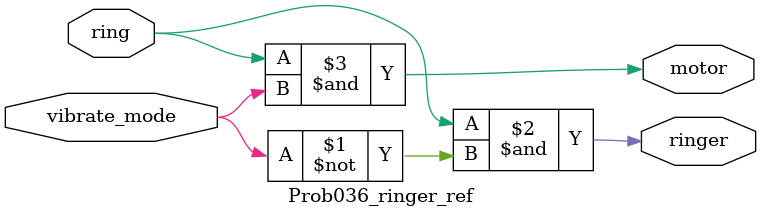
<source format=sv>

module Prob036_ringer_ref (
  input ring,
  input vibrate_mode,
  output ringer,
  output motor
);

  assign ringer = ring & ~vibrate_mode;
  assign motor = ring & vibrate_mode;

endmodule


</source>
